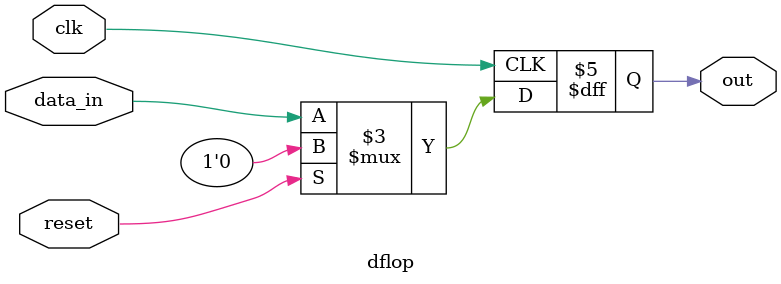
<source format=v>

`timescale 1ns/1ns

module dflop(
output reg out,
input reset,
input clk,
input data_in);

always@(posedge clk) begin
	if(reset) 
		out<=0;
	else 
		out<=data_in;
end

endmodule 

</source>
